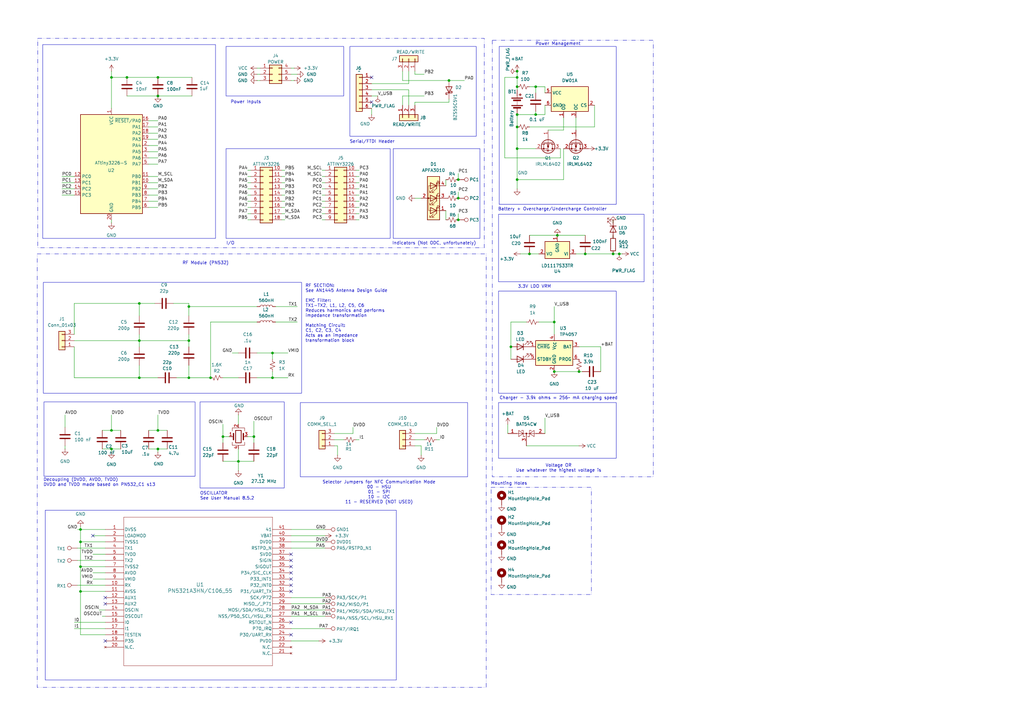
<source format=kicad_sch>
(kicad_sch (version 20231120) (generator "eeschema") (generator_version "8.0")
  (paper "A3")
  (title_block (title "SALP_NFC_Round") (date "2025-07-01") (rev "2.1") (company "Jack Cunningham"))
  (junction (at 212.09 52.07))
  (junction (at 91.44 179.07))
  (junction (at 77.47 125.73))
  (junction (at 33.02 232.41))
  (junction (at 111.76 154.94))
  (junction (at 57.15 139.7))
  (junction (at 227.33 152.4))
  (junction (at 33.02 217.17))
  (junction (at 64.77 176.53))
  (junction (at 45.72 184.15))
  (junction (at 237.49 152.4))
  (junction (at 57.15 154.94))
  (junction (at 219.71 35.56))
  (junction (at 187.96 81.28))
  (junction (at 57.15 124.46))
  (junction (at 64.77 31.75))
  (junction (at 187.96 73.66))
  (junction (at 227.33 132.08))
  (junction (at 64.77 184.15))
  (junction (at 104.14 179.07))
  (junction (at 212.09 73.66))
  (junction (at 251.46 104.14))
  (junction (at 45.72 176.53))
  (junction (at 64.77 39.37))
  (junction (at 97.79 189.23))
  (junction (at 111.76 144.78))
  (junction (at 77.47 139.7))
  (junction (at 219.71 46.99))
  (junction (at 212.09 35.56))
  (junction (at 209.55 142.24))
  (junction (at 187.96 90.17))
  (junction (at 77.47 154.94))
  (junction (at 212.09 46.99))
  (junction (at 228.6 96.52))
  (junction (at 33.02 222.25))
  (junction (at 33.02 242.57))
  (junction (at 217.17 104.14))
  (junction (at 240.03 104.14))
  (junction (at 212.09 60.96))
  (junction (at 86.36 154.94))
  (junction (at 184.15 33.02))
  (junction (at 52.07 31.75))
  (junction (at 254 104.14))
  (junction (at 212.09 31.75))
  (junction (at 212.09 29.21))
  (junction (at 45.72 31.75))
  (no_connect (at 119.38 229.87))
  (no_connect (at 43.18 247.65))
  (no_connect (at 43.18 262.89))
  (no_connect (at 119.38 237.49))
  (no_connect (at 152.4 31.75))
  (no_connect (at 119.38 240.03))
  (no_connect (at 119.38 260.35))
  (no_connect (at 119.38 232.41))
  (no_connect (at 38.1 219.71))
  (no_connect (at 43.18 245.11))
  (no_connect (at 119.38 234.95))
  (no_connect (at 119.38 227.33))
  (no_connect (at 152.4 41.91))
  (no_connect (at 119.38 255.27))
  (no_connect (at 119.38 242.57))
  (wire (pts (xy 132.08 72.39) (xy 133.35 72.39)))
  (wire (pts (xy 207.01 31.75) (xy 207.01 64.77)))
  (wire (pts (xy 33.02 260.35) (xy 43.18 260.35)))
  (wire (pts (xy 132.08 69.85) (xy 133.35 69.85)))
  (wire (pts (xy 187.96 71.12) (xy 187.96 73.66)))
  (wire (pts (xy 33.02 232.41) (xy 43.18 232.41)))
  (wire (pts (xy 45.72 176.53) (xy 49.53 176.53)))
  (wire (pts (xy 77.47 149.86) (xy 77.47 154.94)))
  (wire (pts (xy 101.6 85.09) (xy 102.87 85.09)))
  (wire (pts (xy 45.72 91.44) (xy 45.72 90.17)))
  (wire (pts (xy 104.14 179.07) (xy 104.14 181.61)))
  (wire (pts (xy 97.79 189.23) (xy 97.79 193.04)))
  (wire (pts (xy 101.6 87.63) (xy 102.87 87.63)))
  (wire (pts (xy 208.28 173.99) (xy 208.28 177.8)))
  (wire (pts (xy 220.98 132.08) (xy 227.33 132.08)))
  (wire (pts (xy 182.88 90.17) (xy 182.88 86.36)))
  (wire (pts (xy 152.4 46.99) (xy 152.4 44.45)))
  (wire (pts (xy 231.14 53.34) (xy 231.14 48.26)))
  (wire (pts (xy 132.08 87.63) (xy 133.35 87.63)))
  (wire (pts (xy 38.1 227.33) (xy 43.18 227.33)))
  (wire (pts (xy 243.84 43.18) (xy 243.84 52.07)))
  (wire (pts (xy 224.79 53.34) (xy 231.14 53.34)))
  (wire (pts (xy 147.32 80.01) (xy 146.05 80.01)))
  (wire (pts (xy 91.44 154.94) (xy 97.79 154.94)))
  (wire (pts (xy 30.48 142.24) (xy 30.48 154.94)))
  (wire (pts (xy 91.44 173.99) (xy 91.44 179.07)))
  (wire (pts (xy 212.09 73.66) (xy 212.09 77.47)))
  (wire (pts (xy 45.72 31.75) (xy 52.07 31.75)))
  (wire (pts (xy 212.09 60.96) (xy 219.71 60.96)))
  (wire (pts (xy 118.11 144.78) (xy 111.76 144.78)))
  (wire (pts (xy 132.08 74.93) (xy 133.35 74.93)))
  (wire (pts (xy 25.4 80.01) (xy 30.48 80.01)))
  (wire (pts (xy 219.71 35.56) (xy 223.52 35.56)))
  (wire (pts (xy 57.15 129.54) (xy 57.15 124.46)))
  (wire (pts (xy 105.41 154.94) (xy 111.76 154.94)))
  (wire (pts (xy 184.15 40.64) (xy 184.15 41.91)))
  (wire (pts (xy 77.47 125.73) (xy 77.47 129.54)))
  (wire (pts (xy 119.38 245.11) (xy 133.35 245.11)))
  (wire (pts (xy 165.1 43.18) (xy 165.1 39.37)))
  (wire (pts (xy 212.09 35.56) (xy 212.09 36.83)))
  (wire (pts (xy 60.96 82.55) (xy 64.77 82.55)))
  (wire (pts (xy 187.96 87.63) (xy 187.96 90.17)))
  (wire (pts (xy 147.32 74.93) (xy 146.05 74.93)))
  (wire (pts (xy 223.52 43.18) (xy 223.52 46.99)))
  (wire (pts (xy 63.5 124.46) (xy 57.15 124.46)))
  (wire (pts (xy 33.02 222.25) (xy 43.18 222.25)))
  (wire (pts (xy 228.6 96.52) (xy 217.17 96.52)))
  (wire (pts (xy 212.09 29.21) (xy 212.09 31.75)))
  (wire (pts (xy 52.07 31.75) (xy 64.77 31.75)))
  (wire (pts (xy 255.27 104.14) (xy 254 104.14)))
  (wire (pts (xy 41.91 176.53) (xy 45.72 176.53)))
  (wire (pts (xy 77.47 139.7) (xy 77.47 142.24)))
  (wire (pts (xy 26.67 170.18) (xy 26.67 175.26)))
  (wire (pts (xy 60.96 57.15) (xy 64.77 57.15)))
  (wire (pts (xy 60.96 54.61) (xy 64.77 54.61)))
  (wire (pts (xy 212.09 46.99) (xy 219.71 46.99)))
  (wire (pts (xy 138.43 182.88) (xy 137.16 182.88)))
  (wire (pts (xy 101.6 77.47) (xy 102.87 77.47)))
  (wire (pts (xy 246.38 142.24) (xy 246.38 152.4)))
  (wire (pts (xy 223.52 171.45) (xy 223.52 177.8)))
  (wire (pts (xy 212.09 31.75) (xy 212.09 35.56)))
  (wire (pts (xy 217.17 35.56) (xy 219.71 35.56)))
  (wire (pts (xy 212.09 46.99) (xy 212.09 52.07)))
  (wire (pts (xy 137.16 177.8) (xy 144.78 177.8)))
  (wire (pts (xy 229.87 64.77) (xy 229.87 60.96)))
  (wire (pts (xy 72.39 154.94) (xy 77.47 154.94)))
  (wire (pts (xy 97.79 189.23) (xy 104.14 189.23)))
  (wire (pts (xy 38.1 237.49) (xy 43.18 237.49)))
  (wire (pts (xy 137.16 180.34) (xy 140.97 180.34)))
  (wire (pts (xy 231.14 73.66) (xy 212.09 73.66)))
  (wire (pts (xy 71.12 124.46) (xy 77.47 124.46)))
  (wire (pts (xy 64.77 176.53) (xy 68.58 176.53)))
  (wire (pts (xy 119.38 247.65) (xy 133.35 247.65)))
  (wire (pts (xy 170.18 182.88) (xy 172.72 182.88)))
  (wire (pts (xy 30.48 124.46) (xy 57.15 124.46)))
  (wire (pts (xy 165.1 29.21) (xy 165.1 33.02)))
  (wire (pts (xy 64.77 184.15) (xy 68.58 184.15)))
  (wire (pts (xy 77.47 125.73) (xy 105.41 125.73)))
  (wire (pts (xy 38.1 234.95) (xy 43.18 234.95)))
  (wire (pts (xy 101.6 69.85) (xy 102.87 69.85)))
  (wire (pts (xy 113.03 125.73) (xy 121.92 125.73)))
  (wire (pts (xy 119.38 250.19) (xy 133.35 250.19)))
  (wire (pts (xy 219.71 46.99) (xy 223.52 46.99)))
  (wire (pts (xy 30.48 139.7) (xy 57.15 139.7)))
  (wire (pts (xy 119.38 219.71) (xy 133.35 219.71)))
  (wire (pts (xy 111.76 152.4) (xy 111.76 154.94)))
  (wire (pts (xy 240.03 96.52) (xy 228.6 96.52)))
  (wire (pts (xy 60.96 67.31) (xy 64.77 67.31)))
  (wire (pts (xy 170.18 41.91) (xy 184.15 41.91)))
  (wire (pts (xy 119.38 224.79) (xy 133.35 224.79)))
  (wire (pts (xy 167.64 36.83) (xy 167.64 43.18)))
  (wire (pts (xy 170.18 41.91) (xy 170.18 43.18)))
  (wire (pts (xy 57.15 139.7) (xy 77.47 139.7)))
  (wire (pts (xy 227.33 152.4) (xy 237.49 152.4)))
  (wire (pts (xy 231.14 60.96) (xy 231.14 73.66)))
  (wire (pts (xy 31.75 217.17) (xy 33.02 217.17)))
  (wire (pts (xy 209.55 132.08) (xy 215.9 132.08)))
  (wire (pts (xy 119.38 222.25) (xy 133.35 222.25)))
  (wire (pts (xy 43.18 257.81) (xy 30.48 257.81)))
  (wire (pts (xy 105.41 144.78) (xy 111.76 144.78)))
  (wire (pts (xy 132.08 85.09) (xy 133.35 85.09)))
  (wire (pts (xy 64.77 31.75) (xy 78.74 31.75)))
  (wire (pts (xy 111.76 154.94) (xy 118.11 154.94)))
  (wire (pts (xy 25.4 77.47) (xy 30.48 77.47)))
  (wire (pts (xy 111.76 144.78) (xy 111.76 147.32)))
  (wire (pts (xy 240.03 104.14) (xy 236.22 104.14)))
  (wire (pts (xy 33.02 217.17) (xy 33.02 215.9)))
  (wire (pts (xy 240.03 104.14) (xy 251.46 104.14)))
  (wire (pts (xy 120.65 33.02) (xy 119.38 33.02)))
  (wire (pts (xy 237.49 152.4) (xy 238.76 152.4)))
  (wire (pts (xy 132.08 77.47) (xy 133.35 77.47)))
  (wire (pts (xy 147.32 90.17) (xy 146.05 90.17)))
  (wire (pts (xy 33.02 222.25) (xy 33.02 232.41)))
  (wire (pts (xy 116.84 72.39) (xy 115.57 72.39)))
  (wire (pts (xy 170.18 30.48) (xy 173.99 30.48)))
  (wire (pts (xy 33.02 217.17) (xy 43.18 217.17)))
  (wire (pts (xy 57.15 142.24) (xy 57.15 139.7)))
  (wire (pts (xy 170.18 177.8) (xy 179.07 177.8)))
  (wire (pts (xy 229.87 64.77) (xy 207.01 64.77)))
  (wire (pts (xy 154.94 39.37) (xy 152.4 39.37)))
  (wire (pts (xy 101.6 80.01) (xy 102.87 80.01)))
  (wire (pts (xy 60.96 74.93) (xy 64.77 74.93)))
  (wire (pts (xy 212.09 52.07) (xy 212.09 60.96)))
  (wire (pts (xy 219.71 45.72) (xy 219.71 46.99)))
  (wire (pts (xy 101.6 179.07) (xy 104.14 179.07)))
  (wire (pts (xy 105.41 30.48) (xy 106.68 30.48)))
  (wire (pts (xy 251.46 91.44) (xy 251.46 90.17)))
  (wire (pts (xy 101.6 82.55) (xy 102.87 82.55)))
  (wire (pts (xy 91.44 189.23) (xy 97.79 189.23)))
  (wire (pts (xy 170.18 180.34) (xy 173.99 180.34)))
  (wire (pts (xy 152.4 34.29) (xy 167.64 34.29)))
  (wire (pts (xy 45.72 170.18) (xy 45.72 176.53)))
  (wire (pts (xy 30.48 137.16) (xy 30.48 124.46)))
  (wire (pts (xy 251.46 97.79) (xy 251.46 96.52)))
  (wire (pts (xy 223.52 35.56) (xy 223.52 38.1)))
  (wire (pts (xy 25.4 74.93) (xy 30.48 74.93)))
  (wire (pts (xy 187.96 78.74) (xy 187.96 81.28)))
  (wire (pts (xy 165.1 39.37) (xy 173.99 39.37)))
  (wire (pts (xy 219.71 35.56) (xy 219.71 38.1)))
  (wire (pts (xy 93.98 179.07) (xy 91.44 179.07)))
  (wire (pts (xy 138.43 182.88) (xy 138.43 186.69)))
  (wire (pts (xy 217.17 104.14) (xy 213.36 104.14)))
  (wire (pts (xy 101.6 74.93) (xy 102.87 74.93)))
  (wire (pts (xy 30.48 154.94) (xy 57.15 154.94)))
  (wire (pts (xy 64.77 39.37) (xy 78.74 39.37)))
  (wire (pts (xy 119.38 262.89) (xy 130.81 262.89)))
  (wire (pts (xy 64.77 184.15) (xy 64.77 185.42)))
  (wire (pts (xy 220.98 104.14) (xy 217.17 104.14)))
  (wire (pts (xy 60.96 64.77) (xy 64.77 64.77)))
  (wire (pts (xy 45.72 184.15) (xy 49.53 184.15)))
  (wire (pts (xy 120.65 27.94) (xy 119.38 27.94)))
  (wire (pts (xy 33.02 232.41) (xy 33.02 242.57)))
  (wire (pts (xy 26.67 184.15) (xy 26.67 182.88)))
  (wire (pts (xy 77.47 124.46) (xy 77.47 125.73)))
  (wire (pts (xy 57.15 154.94) (xy 64.77 154.94)))
  (wire (pts (xy 119.38 257.81) (xy 133.35 257.81)))
  (wire (pts (xy 236.22 53.34) (xy 236.22 48.26)))
  (wire (pts (xy 60.96 184.15) (xy 64.77 184.15)))
  (wire (pts (xy 227.33 125.73) (xy 227.33 132.08)))
  (wire (pts (xy 237.49 142.24) (xy 246.38 142.24)))
  (wire (pts (xy 40.64 250.19) (xy 43.18 250.19)))
  (wire (pts (xy 132.08 82.55) (xy 133.35 82.55)))
  (wire (pts (xy 60.96 49.53) (xy 64.77 49.53)))
  (wire (pts (xy 147.32 85.09) (xy 146.05 85.09)))
  (wire (pts (xy 227.33 137.16) (xy 227.33 132.08)))
  (wire (pts (xy 33.02 217.17) (xy 33.02 222.25)))
  (wire (pts (xy 116.84 82.55) (xy 115.57 82.55)))
  (wire (pts (xy 144.78 175.26) (xy 144.78 177.8)))
  (wire (pts (xy 147.32 69.85) (xy 146.05 69.85)))
  (wire (pts (xy 33.02 242.57) (xy 33.02 260.35)))
  (wire (pts (xy 41.91 252.73) (xy 43.18 252.73)))
  (wire (pts (xy 182.88 73.66) (xy 182.88 76.2)))
  (wire (pts (xy 38.1 219.71) (xy 43.18 219.71)))
  (wire (pts (xy 31.75 224.79) (xy 43.18 224.79)))
  (wire (pts (xy 101.6 72.39) (xy 102.87 72.39)))
  (wire (pts (xy 60.96 52.07) (xy 64.77 52.07)))
  (wire (pts (xy 121.92 30.48) (xy 119.38 30.48)))
  (wire (pts (xy 60.96 80.01) (xy 64.77 80.01)))
  (wire (pts (xy 45.72 184.15) (xy 45.72 185.42)))
  (wire (pts (xy 91.44 179.07) (xy 91.44 181.61)))
  (wire (pts (xy 132.08 90.17) (xy 133.35 90.17)))
  (wire (pts (xy 119.38 217.17) (xy 133.35 217.17)))
  (wire (pts (xy 215.9 182.88) (xy 237.49 182.88)))
  (wire (pts (xy 147.32 180.34) (xy 146.05 180.34)))
  (wire (pts (xy 97.79 170.18) (xy 97.79 173.99)))
  (wire (pts (xy 64.77 170.18) (xy 64.77 176.53)))
  (wire (pts (xy 147.32 72.39) (xy 146.05 72.39)))
  (wire (pts (xy 119.38 252.73) (xy 133.35 252.73)))
  (wire (pts (xy 101.6 90.17) (xy 102.87 90.17)))
  (wire (pts (xy 106.68 27.94) (xy 105.41 27.94)))
  (wire (pts (xy 167.64 34.29) (xy 167.64 29.21)))
  (wire (pts (xy 172.72 182.88) (xy 172.72 186.69)))
  (wire (pts (xy 30.48 255.27) (xy 43.18 255.27)))
  (wire (pts (xy 31.75 229.87) (xy 43.18 229.87)))
  (wire (pts (xy 77.47 154.94) (xy 86.36 154.94)))
  (wire (pts (xy 57.15 137.16) (xy 57.15 139.7)))
  (wire (pts (xy 184.15 33.02) (xy 190.5 33.02)))
  (wire (pts (xy 116.84 80.01) (xy 115.57 80.01)))
  (wire (pts (xy 45.72 31.75) (xy 45.72 44.45)))
  (wire (pts (xy 209.55 132.08) (xy 209.55 142.24)))
  (wire (pts (xy 179.07 175.26) (xy 179.07 177.8)))
  (wire (pts (xy 86.36 154.94) (xy 86.36 132.08)))
  (wire (pts (xy 86.36 132.08) (xy 105.41 132.08)))
  (wire (pts (xy 60.96 85.09) (xy 64.77 85.09)))
  (wire (pts (xy 60.96 59.69) (xy 64.77 59.69)))
  (wire (pts (xy 33.02 242.57) (xy 43.18 242.57)))
  (wire (pts (xy 147.32 82.55) (xy 146.05 82.55)))
  (wire (pts (xy 207.01 31.75) (xy 212.09 31.75)))
  (wire (pts (xy 116.84 77.47) (xy 115.57 77.47)))
  (wire (pts (xy 147.32 87.63) (xy 146.05 87.63)))
  (wire (pts (xy 45.72 29.21) (xy 45.72 31.75)))
  (wire (pts (xy 57.15 149.86) (xy 57.15 154.94)))
  (wire (pts (xy 52.07 39.37) (xy 64.77 39.37)))
  (wire (pts (xy 180.34 180.34) (xy 179.07 180.34)))
  (wire (pts (xy 95.25 144.78) (xy 97.79 144.78)))
  (wire (pts (xy 116.84 90.17) (xy 115.57 90.17)))
  (wire (pts (xy 172.72 81.28) (xy 170.18 81.28)))
  (wire (pts (xy 41.91 184.15) (xy 45.72 184.15)))
  (wire (pts (xy 165.1 33.02) (xy 184.15 33.02)))
  (wire (pts (xy 60.96 62.23) (xy 64.77 62.23)))
  (wire (pts (xy 116.84 69.85) (xy 115.57 69.85)))
  (wire (pts (xy 25.4 72.39) (xy 30.48 72.39)))
  (wire (pts (xy 209.55 142.24) (xy 209.55 147.32)))
  (wire (pts (xy 60.96 77.47) (xy 64.77 77.47)))
  (wire (pts (xy 105.41 33.02) (xy 106.68 33.02)))
  (wire (pts (xy 170.18 30.48) (xy 170.18 29.21)))
  (wire (pts (xy 60.96 176.53) (xy 64.77 176.53)))
  (wire (pts (xy 116.84 85.09) (xy 115.57 85.09)))
  (wire (pts (xy 116.84 87.63) (xy 115.57 87.63)))
  (wire (pts (xy 60.96 72.39) (xy 64.77 72.39)))
  (wire (pts (xy 152.4 36.83) (xy 167.64 36.83)))
  (wire (pts (xy 251.46 104.14) (xy 254 104.14)))
  (wire (pts (xy 217.17 52.07) (xy 243.84 52.07)))
  (wire (pts (xy 132.08 80.01) (xy 133.35 80.01)))
  (wire (pts (xy 104.14 172.72) (xy 104.14 179.07)))
  (wire (pts (xy 212.09 60.96) (xy 212.09 73.66)))
  (wire (pts (xy 113.03 132.08) (xy 121.92 132.08)))
  (wire (pts (xy 97.79 184.15) (xy 97.79 189.23)))
  (wire (pts (xy 31.75 240.03) (xy 43.18 240.03)))
  (wire (pts (xy 147.32 77.47) (xy 146.05 77.47)))
  (wire (pts (xy 116.84 74.93) (xy 115.57 74.93)))
  (wire (pts (xy 77.47 137.16) (xy 77.47 139.7)))
  (rectangle (start 18.542 209.296) (end 162.56 278.892))
  (rectangle (start 15.24 104.14) (end 199.39 281.94) (stroke (width 0) (type dash_dot_dot)))
  (rectangle (start 204.47 165.1) (end 252.73 187.96))
  (rectangle (start 92.71 19.05) (end 140.97 39.37))
  (rectangle (start 92.71 60.96) (end 160.02 97.79))
  (rectangle (start 201.422 199.898) (end 242.57 243.84) (stroke (width 0) (type dash_dot_dot)))
  (rectangle (start 17.526 18.288) (end 88.392 97.79))
  (rectangle (start 204.47 87.884) (end 264.16 115.57))
  (rectangle (start 18.034 164.846) (end 80.01 195.326))
  (rectangle (start 204.47 119.38) (end 252.73 161.29))
  (rectangle (start 143.51 19.05) (end 195.326 55.88))
  (rectangle (start 161.29 60.96) (end 196.85 97.79))
  (rectangle (start 123.19 165.1) (end 191.77 195.58))
  (rectangle (start 15.494 15.748) (end 198.628 101.6) (stroke (width 0) (type dash_dot_dot)))
  (rectangle (start 17.78 115.824) (end 123.698 161.29))
  (rectangle (start 201.93 16.51) (end 267.97 195.58) (stroke (width 0) (type dash_dot_dot)))
  (rectangle (start 82.042 164.846) (end 116.586 200.152))
  (rectangle (start 204.724 19.05) (end 252.73 83.82))
  (text "Indicators (Not ODC, unfortunately)" (at 178.054 99.822 0) (effects (font (size 1.27 1.27))))
  (text "Serial/FTDI Header" (at 152.654 58.166 0) (effects (font (size 1.27 1.27))))
  (text "RF SECTION: \nSee AN1445 Antenna Design Guide\n\nEMC Filter: \nTX1-TX2, L1, L2, C5, C6\nReduces harmonics and performs \nimpedance transformation\n\nMatching Circuit:\nC1, C2, C3, C4\nActs as an impedance \ntransformation block" (at 125.222 128.524 0) (effects (font (size 1.27 1.27)) (justify left)))
  (text "OSCILLATOR\nSee User Manual 8.5.2\n" (at 82.042 203.454 0) (effects (font (size 1.27 1.27)) (justify left)))
  (text "Power Management" (at 228.854 18.034 0) (effects (font (size 1.27 1.27))))
  (text "RF Module (PN532)" (at 84.328 107.95 0) (effects (font (size 1.27 1.27))))
  (text "Charger - 3.9k ohms = 256~ mA charging speed\n\n" (at 229.108 164.338 0) (effects (font (size 1.27 1.27))))
  (text "Mounting Holes" (at 208.788 198.374 0) (effects (font (size 1.27 1.27))))
  (text "Voltage OR\nUse whatever the highest voltage is\n" (at 229.108 192.024 0) (effects (font (size 1.27 1.27))))
  (text "I/O\n" (at 94.488 99.822 0) (effects (font (size 1.27 1.27))))
  (text "Decoupling (DVDD, AVDD, TVDD)\nDVDD and TVDD made based on PN532_C1 s13" (at 17.78 197.866 0) (effects (font (size 1.27 1.27)) (justify left)))
  (text "3.3V LDO VRM" (at 219.202 117.602 0) (effects (font (size 1.27 1.27))))
  (text "Battery + Overcharge/Undercharge Controller" (at 226.568 85.852 0) (effects (font (size 1.27 1.27))))
  (text "Power Inputs" (at 100.838 41.91 0) (effects (font (size 1.27 1.27))))
  (text "Selector Jumpers for NFC Communication Mode\n00 - HSU\n01 - SPI\n10 - I2C\n11 - RESERVED (NOT USED)" (at 155.448 201.93 0) (effects (font (size 1.27 1.27))))
  (label "PA6" (at 64.77 64.77 0))
  (label "I1" (at 147.32 180.34 0))
  (label "PA5" (at 129.54 224.79 0))
  (label "RX" (at 118.11 154.94 0))
  (label "V_USB" (at 223.52 171.45 0))
  (label "I1" (at 30.48 257.81 0))
  (label "PB2" (at 116.84 85.09 0))
  (label "PC2" (at 187.96 78.74 0))
  (label "PB4" (at 64.77 82.55 0))
  (label "PA0" (at 147.32 72.39 0))
  (label "PA5" (at 101.6 74.93 180))
  (label "PC1" (at 187.96 71.12 0))
  (label "PA4" (at 132.08 252.73 0))
  (label "DVDD" (at 179.07 175.26 0))
  (label "PC3" (at 187.96 87.63 0))
  (label "OSCOUT" (at 41.91 252.73 180))
  (label "V_USB" (at 227.33 125.73 0))
  (label "OSCIN" (at 91.44 173.99 180))
  (label "PA2" (at 132.08 247.65 0))
  (label "PC0" (at 25.4 72.39 0))
  (label "V_USB" (at 154.94 39.37 0))
  (label "M_SDA" (at 116.84 90.17 0))
  (label "PC0" (at 132.08 74.93 180))
  (label "PA4" (at 101.6 72.39 180))
  (label "PC2" (at 132.08 87.63 180))
  (label "PA3" (at 64.77 57.15 0))
  (label "PA2" (at 64.77 54.61 0))
  (label "PB5" (at 101.6 90.17 180))
  (label "PB5" (at 64.77 85.09 0))
  (label "PC1" (at 25.4 74.93 0))
  (label "TX1" (at 121.92 125.73 180))
  (label "M_SCL" (at 64.77 72.39 0))
  (label "DVDD" (at 45.72 170.18 0))
  (label "AVDD" (at 38.1 234.95 180))
  (label "PA7" (at 130.81 257.81 0))
  (label "PA1" (at 119.38 252.73 0))
  (label "PA5" (at 64.77 62.23 0))
  (label "GND" (at 95.25 144.78 180))
  (label "PC1" (at 132.08 82.55 180))
  (label "RX" (at 38.1 240.03 180))
  (label "M_SDA" (at 64.77 74.93 0))
  (label "VMID" (at 118.11 144.78 0))
  (label "PA1" (at 132.08 250.19 0))
  (label "PB3" (at 173.99 39.37 0))
  (label "I0" (at 30.48 255.27 0))
  (label "PA3" (at 132.08 245.11 0))
  (label "PA5" (at 101.6 77.47 180))
  (label "PA3" (at 147.32 87.63 0))
  (label "OSCIN" (at 40.64 250.19 180))
  (label "PB2" (at 64.77 77.47 0))
  (label "PC0" (at 132.08 77.47 180))
  (label "PA0" (at 147.32 74.93 0))
  (label "PB4" (at 116.84 72.39 0))
  (label "PB2" (at 116.84 82.55 0))
  (label "GND" (at 129.54 217.17 0))
  (label "PA6" (at 101.6 80.01 180))
  (label "TX2" (at 121.92 132.08 180))
  (label "PC2" (at 25.4 77.47 0))
  (label "M_SDA" (at 124.46 250.19 0))
  (label "PA3" (at 147.32 90.17 0))
  (label "PB5" (at 116.84 69.85 0))
  (label "PB2" (at 173.99 30.48 0))
  (label "DVDD" (at 144.78 175.26 0))
  (label "TX1" (at 38.1 224.79 180))
  (label "PA1" (at 64.77 52.07 0))
  (label "M_SCL" (at 132.08 72.39 180))
  (label "PB3" (at 116.84 80.01 0))
  (label "I0" (at 180.34 180.34 0))
  (label "M_SDA" (at 116.84 87.63 0))
  (label "M_SCL" (at 132.08 69.85 180))
  (label "DVDD" (at 129.54 222.25 0))
  (label "TVDD" (at 64.77 170.18 0))
  (label "PA2" (at 147.32 82.55 0))
  (label "PA2" (at 147.32 85.09 0))
  (label "M_SCL" (at 124.46 252.73 0))
  (label "PA1" (at 147.32 77.47 0))
  (label "PA0" (at 190.5 33.02 0))
  (label "PA2" (at 119.38 250.19 0))
  (label "PB3" (at 64.77 80.01 0))
  (label "AVDD" (at 26.67 170.18 0))
  (label "GND" (at 31.75 217.17 180))
  (label "PA7" (at 101.6 87.63 180))
  (label "PC3" (at 147.32 69.85 0))
  (label "VMID" (at 38.1 237.49 180))
  (label "PC1" (at 132.08 80.01 180))
  (label "PA0" (at 64.77 49.53 0))
  (label "OSCOUT" (at 104.14 172.72 0))
  (label "+BAT" (at 246.38 142.24 0))
  (label "PB3" (at 116.84 77.47 0))
  (label "PA4" (at 64.77 59.69 0))
  (label "PC3" (at 132.08 90.17 180))
  (label "PA1" (at 147.32 80.01 0))
  (label "PC3" (at 25.4 80.01 0))
  (label "PC2" (at 132.08 85.09 180))
  (label "PA6" (at 101.6 82.55 180))
  (label "PA7" (at 64.77 67.31 0))
  (label "TVDD" (at 38.1 227.33 180))
  (label "PA4" (at 101.6 69.85 180))
  (label "PA7" (at 101.6 85.09 180))
  (label "TX2" (at 38.1 229.87 180))
  (label "PB4" (at 116.84 74.93 0))
  (symbol (lib_id "power:GND") (at 97.79 170.18 180) (unit 1)
    (property "Reference" "#PWR09" (effects (hide yes)))
    (property "Value" "GND" (at 98.044 166.37 0))
    (property "Description" "Power symbol creates a global label with name \"GND\" , ground" (effects (hide yes)))
  )
  (symbol (lib_id "Connector:TestPoint") (at 133.35 222.25 270) (unit 1)
    (property "Reference" "DVDD1" (at 137.922 222.25 90) (effects (justify left)))
    (property "Value" "TestPoint" (effects (hide yes)))
    (property "Footprint" "TestPoint:TestPoint_Pad_D1.0mm" (effects (hide yes)))
    (property "Description" "test point" (effects (hide yes)))
  )
  (symbol (lib_id "Device:R_Small_US") (at 111.76 149.86 0) (unit 1)
    (property "Reference" "R3" (at 114.3 148.5899 0) (effects (justify left)))
    (property "Value" "1K" (at 114.3 151.1299 0) (effects (justify left)))
    (property "Footprint" "Resistor_SMD:R_0805_2012Metric_Pad1.20x1.40mm_HandSolder" (effects (hide yes)))
    (property "Description" "Resistor, small US symbol" (effects (hide yes)))
  )
  (symbol (lib_id "Orb_library:PN5321A3HN_C106_55") (at 43.18 217.17 0) (unit 1)
    (property "Reference" "U1" (at 82.042 239.776 0) (effects (font (size 1.524 1.524))))
    (property "Value" "PN5321A3HN/C106_55" (at 82.042 242.316 0) (effects (font (size 1.524 1.524))))
    (property "Footprint" "PN532:QFN40G-0.5-6X6MM" (effects (hide yes)))
    (property "Datasheet" "PN5321A3HN/C106_55" (effects (hide yes)))
  )
  (symbol (lib_id "Connector:TestPoint") (at 187.96 90.17 270) (unit 1)
    (property "Reference" "PC3" (at 192.532 90.17 90) (effects (justify left)))
    (property "Value" "TestPoint" (effects (hide yes)))
    (property "Footprint" "TestPoint:TestPoint_Pad_D1.0mm" (effects (hide yes)))
    (property "Description" "test point" (effects (hide yes)))
  )
  (symbol (lib_id "power:GND") (at 205.74 207.01 0) (unit 1)
    (property "Reference" "#PWR022" (effects (hide yes)))
    (property "Value" "GND" (at 209.804 208.788 0))
    (property "Description" "Power symbol creates a global label with name \"GND\" , ground" (effects (hide yes)))
  )
  (symbol (lib_id "Device:C") (at 101.6 144.78 270) (unit 1)
    (property "Reference" "C16" (at 101.6 137.16 90))
    (property "Value" ".1u" (at 101.6 139.7 90))
    (property "Footprint" "Capacitor_SMD:C_0805_2012Metric_Pad1.18x1.45mm_HandSolder" (effects (hide yes)))
    (property "Description" "Unpolarized capacitor" (effects (hide yes)))
  )
  (symbol (lib_id "Device:C") (at 60.96 180.34 0) (unit 1)
    (property "Reference" "C7" (at 58.166 183.642 0) (effects (justify left)))
    (property "Value" ".1u" (at 58.166 186.182 0) (effects (justify left)))
    (property "Footprint" "Capacitor_SMD:C_0805_2012Metric_Pad1.18x1.45mm_HandSolder" (effects (hide yes)))
    (property "Description" "Unpolarized capacitor" (effects (hide yes)))
  )
  (symbol (lib_id "Device:C") (at 104.14 185.42 0) (unit 1)
    (property "Reference" "C18" (at 109.22 184.1499 0) (effects (justify left)))
    (property "Value" "22pF" (at 109.22 186.6899 0) (effects (justify left)))
    (property "Footprint" "Capacitor_SMD:C_0805_2012Metric_Pad1.18x1.45mm_HandSolder" (effects (hide yes)))
    (property "Description" "Unpolarized capacitor" (effects (hide yes)))
  )
  (symbol (lib_id "power:GND") (at 205.74 238.76 0) (unit 1)
    (property "Reference" "#PWR025" (effects (hide yes)))
    (property "Value" "GND" (at 209.804 240.792 0))
    (property "Description" "Power symbol creates a global label with name \"GND\" , ground" (effects (hide yes)))
  )
  (symbol (lib_id "power:GND") (at 205.74 227.33 0) (unit 1)
    (property "Reference" "#PWR024" (effects (hide yes)))
    (property "Value" "GND" (at 209.804 229.108 0))
    (property "Description" "Power symbol creates a global label with name \"GND\" , ground" (effects (hide yes)))
  )
  (symbol (lib_id "power:GND") (at 228.6 96.52 180) (unit 1)
    (property "Reference" "#PWR030" (effects (hide yes)))
    (property "Value" "GND" (at 228.6 91.44 0))
  )
  (symbol (lib_id "power:GND") (at 45.72 185.42 0) (unit 1)
    (property "Reference" "#PWR06" (effects (hide yes)))
    (property "Value" "GND" (at 45.72 190.5 0))
    (property "Description" "Power symbol creates a global label with name \"GND\" , ground" (effects (hide yes)))
  )
  (symbol (lib_id "Device:LED") (at 213.36 147.32 180) (unit 1)
    (property "Reference" "D4" (at 213.614 149.86 0))
    (property "Value" "LED" (at 213.614 152.4 0))
    (property "Footprint" "LED_SMD:LED_0805_2012Metric" (effects (hide yes)))
    (property "Datasheet" "https://www.we-online.com/components/products/datasheet/150080VS75000.pdf" (effects (hide yes)))
    (property "Description" "Light emitting diode" (effects (hide yes)))
  )
  (symbol (lib_id "Device:C") (at 68.58 154.94 90) (mirror x) (unit 1)
    (property "Reference" "C10" (at 68.58 151.13 90))
    (property "Value" "22p" (at 68.58 148.59 90))
    (property "Footprint" "Capacitor_SMD:C_0805_2012Metric_Pad1.18x1.45mm_HandSolder" (effects (hide yes)))
    (property "Description" "Unpolarized capacitor" (effects (hide yes)))
  )
  (symbol (lib_id "Device:L") (at 109.22 125.73 90) (unit 1)
    (property "Reference" "L1" (at 109.22 120.65 90))
    (property "Value" "560nH" (at 109.22 123.19 90))
    (property "Footprint" "Inductor_SMD:L_0805_2012Metric_Pad1.15x1.40mm_HandSolder" (effects (hide yes)))
    (property "Description" "Inductor" (effects (hide yes)))
  )
  (symbol (lib_id "Connector_Generic:Conn_02x09_Top_Bottom") (at 138.43 80.01 0) (unit 1)
    (property "Reference" "J5" (at 139.7 64.77 0))
    (property "Value" "ATTINY3226" (at 139.7 67.31 0))
    (property "Footprint" "Connector_PinSocket_2.54mm:PinSocket_2x09_P2.54mm_Vertical" (effects (hide yes)))
  )
  (symbol (lib_id "Connector_Generic:Conn_01x03") (at 132.08 180.34 180) (unit 1)
    (property "Reference" "J9" (at 132.08 171.45 0))
    (property "Value" "COMM_SEL_1" (at 132.08 173.99 0))
    (property "Footprint" "Connector_PinHeader_2.54mm:PinHeader_1x03_P2.54mm_Horizontal" (effects (hide yes)))
    (property "Description" "Generic connector, single row, 01x03, script generated (kicad-library-utils/schlib/autogen/connector/)" (effects (hide yes)))
  )
  (symbol (lib_id "power:GND") (at 227.33 152.4 0) (unit 1)
    (property "Reference" "#PWR029" (effects (hide yes)))
    (property "Value" "GND" (at 227.33 157.48 0))
    (property "Description" "Power symbol creates a global label with name \"GND\" , ground" (effects (hide yes)))
  )
  (symbol (lib_id "Device:R_Small_US") (at 88.9 154.94 90) (mirror x) (unit 1)
    (property "Reference" "R2" (at 88.9 152.146 90))
    (property "Value" "1.6K" (at 88.9 149.606 90))
    (property "Footprint" "Resistor_SMD:R_0805_2012Metric_Pad1.20x1.40mm_HandSolder" (effects (hide yes)))
    (property "Description" "Resistor, small US symbol" (effects (hide yes)))
  )
  (symbol (lib_id "power:+3.3V") (at 120.65 27.94 270) (unit 1)
    (property "Reference" "#PWR016" (effects (hide yes)))
    (property "Value" "+3.3V" (at 124.46 27.94 90) (effects (justify left)))
  )
  (symbol (lib_id "LED:APFA3010") (at 177.8 81.28 180) (unit 1)
    (property "Reference" "D1" (at 177.8 67.31 0))
    (property "Value" "APFA3010" (at 177.8 69.85 0))
    (property "Footprint" "LED_SMD:LED_Kingbright_APFA3010_3x1.5mm_Horizontal" (effects (hide yes)))
    (property "Datasheet" "http://www.kingbrightusa.com/images/catalog/SPEC/APFA3010LSEEZGKQBKC.pdf" (effects (hide yes)))
    (property "Description" "LED RGB, Common Anode, SMD, 3.0x1.5mm, Horizontal" (effects (hide yes)))
  )
  (symbol (lib_id "power:GND") (at 64.77 39.37 0) (unit 1)
    (property "Reference" "#PWR07" (effects (hide yes)))
    (property "Value" "GND" (at 64.77 43.434 0))
    (property "Description" "Power symbol creates a global label with name \"GND\" , ground" (effects (hide yes)))
  )
  (symbol (lib_id "Regulator_Linear:LD1117S33TR_SOT223") (at 228.6 104.14 180) (unit 1)
    (property "Reference" "U4" (at 228.6 111.252 0))
    (property "Value" "LD1117S33TR" (at 228.6 108.966 0))
    (property "Footprint" "Package_TO_SOT_SMD:SOT-223-3_TabPin2" (effects (hide yes)))
    (property "Datasheet" "http://www.st.com/st-web-ui/static/active/en/resource/technical/document/datasheet/CD00000544.pdf" (effects (hide yes)))
  )
  (symbol (lib_id "power:PWR_FLAG") (at 254 104.14 180) (unit 1)
    (property "Reference" "#FLG03" (effects (hide yes)))
    (property "Value" "PWR_FLAG" (at 255.778 110.998 0))
    (property "Description" "Special symbol for telling ERC where power comes from" (effects (hide yes)))
  )
  (symbol (lib_id "Device:C") (at 101.6 154.94 90) (mirror x) (unit 1)
    (property "Reference" "C17" (at 101.6 151.13 90))
    (property "Value" "1n" (at 101.6 148.59 90))
    (property "Footprint" "Capacitor_SMD:C_0805_2012Metric_Pad1.18x1.45mm_HandSolder" (effects (hide yes)))
    (property "Description" "Unpolarized capacitor" (effects (hide yes)))
  )
  (symbol (lib_id "Device:C") (at 77.47 133.35 0) (mirror y) (unit 1)
    (property "Reference" "C12" (at 71.12 132.08 0))
    (property "Value" "220p" (at 71.12 134.62 0))
    (property "Footprint" "Capacitor_SMD:C_0805_2012Metric_Pad1.18x1.45mm_HandSolder" (effects (hide yes)))
    (property "Description" "Unpolarized capacitor" (effects (hide yes)))
  )
  (symbol (lib_id "Device:C") (at 67.31 124.46 90) (unit 1)
    (property "Reference" "C9" (at 67.31 116.84 90))
    (property "Value" "22p" (at 67.31 119.38 90))
    (property "Footprint" "Capacitor_SMD:C_0805_2012Metric_Pad1.18x1.45mm_HandSolder" (effects (hide yes)))
    (property "Description" "Unpolarized capacitor" (effects (hide yes)))
  )
  (symbol (lib_id "Transistor_FET:IRLML6402") (at 224.79 58.42 270) (unit 1)
    (property "Reference" "Q1" (at 224.79 64.77 90))
    (property "Value" "IRLML6402" (at 224.79 67.31 90))
    (property "Footprint" "Package_TO_SOT_SMD:SOT-23" (effects (hide yes)))
    (property "Datasheet" "https://www.infineon.com/dgdl/irlml6402pbf.pdf?fileId=5546d462533600a401535668d5c2263c" (effects (hide yes)))
    (property "Description" "-3.7A Id, -20V Vds, 65mOhm Rds, P-Channel HEXFET Power MOSFET, SOT-23" (effects (hide yes)))
  )
  (symbol (lib_id "power:PWR_FLAG") (at 154.94 39.37 180) (unit 1)
    (property "Reference" "#FLG01" (effects (hide yes)))
    (property "Value" "PWR_FLAG" (at 157.226 43.434 0))
    (property "Description" "Special symbol for telling ERC where power comes from" (effects (hide yes)))
  )
  (symbol (lib_id "power:+3.3V") (at 45.72 29.21 0) (unit 1)
    (property "Reference" "#PWR04" (effects (hide yes)))
    (property "Value" "+3.3V" (at 45.72 24.13 0))
    (property "Description" "Power symbol creates a global label with name \"+3.3V\"" (effects (hide yes)))
  )
  (symbol (lib_id "Connector:TestPoint") (at 133.35 224.79 270) (unit 1)
    (property "Reference" "PA5/RSTPD_N1" (at 137.922 224.79 90) (effects (justify left)))
    (property "Value" "TestPoint" (effects (hide yes)))
    (property "Footprint" "TestPoint:TestPoint_Pad_D1.0mm" (effects (hide yes)))
    (property "Description" "test point" (effects (hide yes)))
  )
  (symbol (lib_id "Device:C") (at 217.17 100.33 180) (unit 1)
    (property "Reference" "C20" (at 213.614 99.822 0) (effects (justify left)))
    (property "Value" "10uF" (at 213.868 97.028 0) (effects (justify left)))
    (property "Footprint" "Capacitor_SMD:C_0805_2012Metric_Pad1.18x1.45mm_HandSolder" (effects (hide yes)))
    (property "Description" "Unpolarized capacitor" (effects (hide yes)))
  )
  (symbol (lib_id "power:GND") (at 26.67 184.15 0) (unit 1)
    (property "Reference" "#PWR01" (effects (hide yes)))
    (property "Value" "GND" (at 26.67 189.23 0))
    (property "Description" "Power symbol creates a global label with name \"GND\" , ground" (effects (hide yes)))
  )
  (symbol (lib_id "Device:C") (at 57.15 146.05 0) (mirror y) (unit 1)
    (property "Reference" "C6" (at 50.8 144.78 0))
    (property "Value" "200p" (at 50.8 147.32 0))
    (property "Footprint" "Capacitor_SMD:C_0805_2012Metric_Pad1.18x1.45mm_HandSolder" (effects (hide yes)))
    (property "Description" "Unpolarized capacitor" (effects (hide yes)))
  )
  (symbol (lib_id "power:GND") (at 64.77 185.42 0) (unit 1)
    (property "Reference" "#PWR08" (effects (hide yes)))
    (property "Value" "GND" (at 65.024 190.246 0))
    (property "Description" "Power symbol creates a global label with name \"GND\" , ground" (effects (hide yes)))
  )
  (symbol (lib_id "Device:R_Small_US") (at 214.63 35.56 90) (unit 1)
    (property "Reference" "R7" (at 215.392 29.972 90))
    (property "Value" "100" (at 215.392 32.512 90))
    (property "Footprint" "Resistor_SMD:R_0805_2012Metric_Pad1.20x1.40mm_HandSolder" (effects (hide yes)))
    (property "Description" "Resistor, small US symbol" (effects (hide yes)))
  )
  (symbol (lib_id "power:GND") (at 212.09 77.47 0) (unit 1)
    (property "Reference" "#PWR028" (effects (hide yes)))
    (property "Value" "GND" (at 214.376 70.866 0))
    (property "Description" "Power symbol creates a global label with name \"GND\" , ground" (effects (hide yes)))
  )
  (symbol (lib_id "Connector_Generic:Conn_01x03") (at 167.64 24.13 270) (mirror x) (unit 1)
    (property "Reference" "J7" (at 161.798 24.13 90))
    (property "Value" "READ/WRITE" (at 168.402 21.336 90))
    (property "Footprint" "Connector_PinHeader_2.54mm:PinHeader_1x03_P2.54mm_Vertical" (effects (hide yes)))
  )
  (symbol (lib_id "power:GND") (at 121.92 30.48 90) (unit 1)
    (property "Reference" "#PWR018" (effects (hide yes)))
    (property "Value" "GND" (at 125.73 30.48 90) (effects (justify right)))
  )
  (symbol (lib_id "Device:R_Small_US") (at 218.44 132.08 90) (unit 1)
    (property "Reference" "R9" (at 218.44 125.73 90))
    (property "Value" "1k" (at 218.44 128.27 90))
    (property "Footprint" "Resistor_SMD:R_0805_2012Metric_Pad1.20x1.40mm_HandSolder" (effects (hide yes)))
    (property "Description" "Resistor, small US symbol" (effects (hide yes)))
  )
  (symbol (lib_id "Device:C") (at 91.44 185.42 0) (unit 1)
    (property "Reference" "C15" (at 83.058 184.15 0) (effects (justify left)))
    (property "Value" "22pF" (at 83.058 186.69 0) (effects (justify left)))
    (property "Footprint" "Capacitor_SMD:C_0805_2012Metric_Pad1.18x1.45mm_HandSolder" (effects (hide yes)))
    (property "Description" "Unpolarized capacitor" (effects (hide yes)))
  )
  (symbol (lib_id "Connector:TestPoint") (at 133.35 245.11 270) (unit 1)
    (property "Reference" "PA3/SCK/P1" (at 137.922 245.11 90) (effects (justify left)))
    (property "Value" "TestPoint" (effects (hide yes)))
    (property "Footprint" "TestPoint:TestPoint_Pad_D1.0mm" (effects (hide yes)))
    (property "Description" "test point" (effects (hide yes)))
  )
  (symbol (lib_id "Device:C") (at 64.77 35.56 0) (unit 1)
    (property "Reference" "C8" (at 68.326 34.036 0) (effects (justify left)))
    (property "Value" "100nF" (at 68.326 36.576 0) (effects (justify left)))
    (property "Footprint" "Capacitor_SMD:C_0805_2012Metric_Pad1.18x1.45mm_HandSolder" (effects (hide yes)))
    (property "Description" "Unpolarized capacitor" (effects (hide yes)))
  )
  (symbol (lib_id "Connector_Generic:Conn_01x03") (at 25.4 139.7 180) (unit 1)
    (property "Reference" "J1" (at 25.4 130.81 0))
    (property "Value" "Conn_01x03" (at 25.4 133.35 0))
    (property "Footprint" "Connector_PinHeader_2.54mm:PinHeader_1x03_P2.54mm_Horizontal" (effects (hide yes)))
    (property "Description" "Generic connector, single row, 01x03, script generated (kicad-library-utils/schlib/autogen/connector/)" (effects (hide yes)))
  )
  (symbol (lib_id "Device:C") (at 78.74 35.56 0) (unit 1)
    (property "Reference" "C14" (at 82.042 34.036 0) (effects (justify left)))
    (property "Value" "1uF" (at 81.788 36.322 0) (effects (justify left)))
    (property "Footprint" "Capacitor_SMD:C_0805_2012Metric_Pad1.18x1.45mm_HandSolder" (effects (hide yes)))
    (property "Description" "Unpolarized capacitor" (effects (hide yes)))
  )
  (symbol (lib_id "Device:Crystal_GND24") (at 97.79 179.07 0) (unit 1)
    (property "Reference" "Y1" (at 106.934 195.072 0))
    (property "Value" "27.12 MHz" (at 108.204 197.358 0))
    (property "Footprint" "Crystal:Crystal_SMD_SeikoEpson_TSX3225-4Pin_3.2x2.5mm_HandSoldering" (effects (hide yes)))
    (property "Datasheet" "https://www.txccrystal.com/images/pdf/7m-accuracy.pdf" (effects (hide yes)))
    (property "Description" "Four pin crystal, GND on pins 2 and 4" (effects (hide yes)))
  )
  (symbol (lib_id "Device:Battery") (at 212.09 41.91 0) (unit 1)
    (property "Reference" "BT1" (at 208.28 37.592 0) (effects (justify left)))
    (property "Value" "Battery" (at 209.804 52.07 90) (effects (justify left)))
    (property "Footprint" "Battery:BatteryHolder_Keystone_1060_1x2032" (effects (hide yes)))
    (property "Description" "Multiple-cell battery" (effects (hide yes)))
  )
  (symbol (lib_id "power:GND") (at 205.74 217.17 0) (unit 1)
    (property "Reference" "#PWR023" (effects (hide yes)))
    (property "Value" "GND" (at 209.804 219.202 0))
    (property "Description" "Power symbol creates a global label with name \"GND\" , ground" (effects (hide yes)))
  )
  (symbol (lib_id "Connector_Generic:Conn_02x03_Top_Bottom") (at 111.76 30.48 0) (unit 1)
    (property "Reference" "J4" (at 113.03 22.86 0))
    (property "Value" "POWER" (at 113.03 25.4 0))
    (property "Footprint" "Connector_PinSocket_2.54mm:PinSocket_2x03_P2.54mm_Vertical" (effects (hide yes)))
  )
  (symbol (lib_id "Connector:TestPoint") (at 31.75 240.03 90) (unit 1)
    (property "Reference" "RX1" (at 27.178 240.284 90) (effects (justify left)))
    (property "Value" "TestPoint" (effects (hide yes)))
    (property "Footprint" "TestPoint:TestPoint_Pad_D1.0mm" (effects (hide yes)))
    (property "Description" "test point" (effects (hide yes)))
  )
  (symbol (lib_id "power:GND") (at 45.72 91.44 0) (unit 1)
    (property "Reference" "#PWR05" (effects (hide yes)))
    (property "Value" "GND" (at 45.72 96.52 0))
    (property "Description" "Power symbol creates a global label with name \"GND\" , ground" (effects (hide yes)))
  )
  (symbol (lib_id "Connector_Generic:Conn_01x03") (at 165.1 180.34 180) (unit 1)
    (property "Reference" "J10" (at 165.1 171.45 0))
    (property "Value" "COMM_SEL_0" (at 165.1 173.99 0))
    (property "Footprint" "Connector_PinHeader_2.54mm:PinHeader_1x03_P2.54mm_Horizontal" (effects (hide yes)))
    (property "Description" "Generic connector, single row, 01x03, script generated (kicad-library-utils/schlib/autogen/connector/)" (effects (hide yes)))
  )
  (symbol (lib_id "power:GND") (at 105.41 33.02 270) (mirror x) (unit 1)
    (property "Reference" "#PWR013" (effects (hide yes)))
    (property "Value" "GND" (at 101.6 33.02 90) (effects (justify right)))
  )
  (symbol (lib_name "VCC_1") (lib_id "power:VCC") (at 237.49 182.88 270) (unit 1)
    (property "Reference" "#PWR034" (effects (hide yes)))
    (property "Value" "VCC" (at 242.57 182.88 90))
    (property "Description" "Power symbol creates a global label with name \"VCC\"" (effects (hide yes)))
  )
  (symbol (lib_id "power:PWR_FLAG") (at 212.09 29.21 90) (unit 1)
    (property "Reference" "#FLG02" (effects (hide yes)))
    (property "Value" "PWR_FLAG" (at 208.28 29.2099 0) (effects (justify left)))
    (property "Description" "Special symbol for telling ERC where power comes from" (effects (hide yes)))
  )
  (symbol (lib_id "Device:LED") (at 213.36 142.24 180) (unit 1)
    (property "Reference" "D3" (at 213.36 136.652 0))
    (property "Value" "LED" (at 213.36 139.192 0))
    (property "Footprint" "LED_SMD:LED_0805_2012Metric" (effects (hide yes)))
    (property "Datasheet" "https://www.we-online.com/components/products/datasheet/150080VS75000.pdf" (effects (hide yes)))
    (property "Description" "Light emitting diode" (effects (hide yes)))
  )
  (symbol (lib_id "Device:C") (at 57.15 133.35 0) (mirror y) (unit 1)
    (property "Reference" "C5" (at 50.8 132.08 0))
    (property "Value" "200p" (at 50.8 134.62 0))
    (property "Footprint" "Capacitor_SMD:C_0805_2012Metric_Pad1.18x1.45mm_HandSolder" (effects (hide yes)))
    (property "Description" "Unpolarized capacitor" (effects (hide yes)))
  )
  (symbol (lib_id "Device:R_Small_US") (at 185.42 90.17 90) (unit 1)
    (property "Reference" "R6" (at 185.674 88.138 90))
    (property "Value" "68" (at 185.674 92.71 90))
    (property "Footprint" "Resistor_SMD:R_0805_2012Metric_Pad1.20x1.40mm_HandSolder" (effects (hide yes)))
    (property "Description" "Resistor, small US symbol" (effects (hide yes)))
  )
  (symbol (lib_id "power:VCC") (at 105.41 27.94 90) (unit 1)
    (property "Reference" "#PWR011" (effects (hide yes)))
    (property "Value" "VCC" (at 101.6 27.94 90) (effects (justify left)))
  )
  (symbol (lib_id "Connector:TestPoint") (at 187.96 81.28 270) (unit 1)
    (property "Reference" "PC2" (at 192.532 81.28 90) (effects (justify left)))
    (property "Value" "TestPoint" (effects (hide yes)))
    (property "Footprint" "TestPoint:TestPoint_Pad_D1.0mm" (effects (hide yes)))
    (property "Description" "test point" (effects (hide yes)))
  )
  (symbol (lib_id "Device:R_Small_US") (at 185.42 81.28 90) (unit 1)
    (property "Reference" "R5" (at 185.928 79.248 90))
    (property "Value" "10" (at 185.674 84.328 90))
    (property "Footprint" "Resistor_SMD:R_0805_2012Metric_Pad1.20x1.40mm_HandSolder" (effects (hide yes)))
    (property "Description" "Resistor, small US symbol" (effects (hide yes)))
  )
  (symbol (lib_id "Mechanical:MountingHole_Pad") (at 205.74 236.22 0) (unit 1) (exclude_from_sim yes) (in_bom no)
    (property "Reference" "H4" (at 208.28 233.6799 0) (effects (justify left)))
    (property "Value" "MountingHole_Pad" (at 208.28 236.2199 0) (effects (justify left)))
    (property "Footprint" "MountingHole:MountingHole_2.2mm_M2_Pad" (effects (hide yes)))
    (property "Description" "Mounting Hole with connection" (effects (hide yes)))
  )
  (symbol (lib_id "Connector:TestPoint") (at 31.75 229.87 90) (unit 1)
    (property "Reference" "TX2" (at 26.924 230.124 90) (effects (justify left)))
    (property "Value" "TestPoint" (effects (hide yes)))
    (property "Footprint" "TestPoint:TestPoint_Pad_D1.0mm" (effects (hide yes)))
    (property "Description" "test point" (effects (hide yes)))
  )
  (symbol (lib_id "Device:L") (at 109.22 132.08 90) (unit 1)
    (property "Reference" "L2" (at 108.966 127 90))
    (property "Value" "560nH" (at 109.22 129.54 90))
    (property "Footprint" "Inductor_SMD:L_0805_2012Metric_Pad1.15x1.40mm_HandSolder" (effects (hide yes)))
    (property "Description" "Inductor" (effects (hide yes)))
  )
  (symbol (lib_id "Connector:TestPoint") (at 133.35 252.73 270) (unit 1)
    (property "Reference" "PA4/NSS/SCL/HSU_RX1" (at 137.922 253.492 90) (effects (justify left)))
    (property "Value" "TestPoint" (effects (hide yes)))
    (property "Footprint" "TestPoint:TestPoint_Pad_D1.0mm" (effects (hide yes)))
    (property "Description" "test point" (effects (hide yes)))
  )
  (symbol (lib_id "Device:D_Schottky") (at 184.15 36.83 90) (unit 1)
    (property "Reference" "D2" (at 186.69 35.8774 90) (effects (justify right)))
    (property "Value" "BZS55C5V1" (at 186.69 38.4174 0) (effects (justify right)))
    (property "Footprint" "Diode_SMD:D_1206_3216Metric_Pad1.42x1.75mm_HandSolder" (effects (hide yes)))
    (property "Datasheet" "https://services.taiwansemi.com/storage/resources/datasheet/BZS55C2V4%20SERIES_E2301.pdf" (effects (hide yes)))
    (property "Description" "Schottky diode" (effects (hide yes)))
  )
  (symbol (lib_id "Connector_Generic:Conn_02x09_Top_Bottom") (at 107.95 80.01 0) (unit 1)
    (property "Reference" "J3" (at 109.22 64.77 0))
    (property "Value" "ATTINY3226" (at 109.22 67.31 0))
    (property "Footprint" "Connector_PinSocket_2.54mm:PinSocket_2x09_P2.54mm_Vertical" (effects (hide yes)))
  )
  (symbol (lib_id "Mechanical:MountingHole_Pad") (at 205.74 224.79 0) (unit 1) (exclude_from_sim yes) (in_bom no)
    (property "Reference" "H3" (at 208.28 222.2499 0) (effects (justify left)))
    (property "Value" "MountingHole_Pad" (at 208.28 224.7899 0) (effects (justify left)))
    (property "Footprint" "MountingHole:MountingHole_2.2mm_M2_Pad" (effects (hide yes)))
    (property "Description" "Mounting Hole with connection" (effects (hide yes)))
  )
  (symbol (lib_id "Device:C") (at 242.57 152.4 90) (unit 1)
    (property "Reference" "C23" (at 242.824 156.718 90))
    (property "Value" "10 uF" (at 242.824 159.258 90))
    (property "Footprint" "Capacitor_SMD:C_0805_2012Metric_Pad1.18x1.45mm_HandSolder" (effects (hide yes)))
    (property "Description" "Unpolarized capacitor" (effects (hide yes)))
  )
  (symbol (lib_id "Device:R_Small_US") (at 185.42 73.66 90) (unit 1)
    (property "Reference" "R4" (at 185.42 71.374 90))
    (property "Value" "10" (at 185.928 75.946 90))
    (property "Footprint" "Resistor_SMD:R_0805_2012Metric_Pad1.20x1.40mm_HandSolder" (effects (hide yes)))
    (property "Description" "Resistor, small US symbol" (effects (hide yes)))
  )
  (symbol (lib_id "power:GND") (at 105.41 30.48 270) (unit 1)
    (property "Reference" "#PWR012" (effects (hide yes)))
    (property "Value" "GND" (at 101.6 30.48 90) (effects (justify right)))
  )
  (symbol (lib_id "Device:R_Small_US") (at 143.51 180.34 90) (unit 1)
    (property "Reference" "R1" (at 143.002 184.15 90))
    (property "Value" "1k" (at 143.002 182.118 90))
    (property "Footprint" "Resistor_SMD:R_0805_2012Metric_Pad1.20x1.40mm_HandSolder" (effects (hide yes)))
    (property "Description" "Resistor, small US symbol" (effects (hide yes)))
  )
  (symbol (lib_id "Transistor_FET:IRLML6402") (at 236.22 58.42 270) (unit 1)
    (property "Reference" "Q2" (at 236.22 64.77 90))
    (property "Value" "IRLML6402" (at 237.744 67.31 90))
    (property "Footprint" "Package_TO_SOT_SMD:SOT-23" (effects (hide yes)))
    (property "Datasheet" "https://www.infineon.com/dgdl/irlml6402pbf.pdf?fileId=5546d462533600a401535668d5c2263c" (effects (hide yes)))
    (property "Description" "-3.7A Id, -20V Vds, 65mOhm Rds, P-Channel HEXFET Power MOSFET, SOT-23" (effects (hide yes)))
  )
  (symbol (lib_id "power:GND") (at 138.43 186.69 0) (unit 1)
    (property "Reference" "#PWR033" (effects (hide yes)))
    (property "Value" "GND" (at 138.43 191.77 0))
    (property "Description" "Power symbol creates a global label with name \"GND\" , ground" (effects (hide yes)))
  )
  (symbol (lib_id "power:+3.3V") (at 133.35 219.71 270) (unit 1)
    (property "Reference" "#PWR015" (effects (hide yes)))
    (property "Value" "+3.3V" (at 137.16 219.7099 90) (effects (justify left)))
    (property "Description" "Power symbol creates a global label with name \"+3.3V\"" (effects (hide yes)))
  )
  (symbol (lib_id "MCU_Microchip_ATtiny:ATtiny3226-S") (at 45.72 67.31 0) (unit 1)
    (property "Reference" "U2" (at 44.196 69.85 0) (effects (justify left)))
    (property "Value" "ATtiny3226-S" (at 38.862 66.802 0) (effects (justify left)))
    (property "Footprint" "Package_SO:SOIC-20W_7.5x12.8mm_P1.27mm" (effects (hide yes)))
    (property "Datasheet" "https://ww1.microchip.com/downloads/en/DeviceDoc/ATtiny3224-3226-3227-Data-Sheet-DS40002345A.pdf" (effects (hide yes)))
    (property "Description" "20MHz, 32kB Flash, 3kB SRAM, 256B EEPROM, SOIC-20" (effects (hide yes)))
  )
  (symbol (lib_id "Connector:TestPoint") (at 31.75 224.79 90) (unit 1)
    (property "Reference" "TX1" (at 26.924 225.044 90) (effects (justify left)))
    (property "Value" "TestPoint" (effects (hide yes)))
    (property "Footprint" "TestPoint:TestPoint_Pad_D1.0mm" (effects (hide yes)))
    (property "Description" "test point" (effects (hide yes)))
  )
  (symbol (lib_id "power:GND") (at 33.02 215.9 180) (unit 1)
    (property "Reference" "#PWR03" (effects (hide yes)))
    (property "Value" "GND" (at 33.02 210.82 0))
    (property "Description" "Power symbol creates a global label with name \"GND\" , ground" (effects (hide yes)))
  )
  (symbol (lib_id "Mechanical:MountingHole_Pad") (at 205.74 214.63 0) (unit 1) (exclude_from_sim yes) (in_bom no)
    (property "Reference" "H2" (at 208.28 212.0899 0) (effects (justify left)))
    (property "Value" "MountingHole_Pad" (at 208.28 214.6299 0) (effects (justify left)))
    (property "Footprint" "MountingHole:MountingHole_2.2mm_M2_Pad" (effects (hide yes)))
    (property "Description" "Mounting Hole with connection" (effects (hide yes)))
  )
  (symbol (lib_id "Connector:TestPoint") (at 133.35 247.65 270) (unit 1)
    (property "Reference" "PA2/MISO/P1" (at 137.922 247.904 90) (effects (justify left)))
    (property "Value" "TestPoint" (effects (hide yes)))
    (property "Footprint" "TestPoint:TestPoint_Pad_D1.0mm" (effects (hide yes)))
    (property "Description" "test point" (effects (hide yes)))
  )
  (symbol (lib_name "VCC_1") (lib_id "power:VCC") (at 241.3 60.96 270) (unit 1)
    (property "Reference" "#PWR031" (effects (hide yes)))
    (property "Value" "+3.3V" (at 246.634 60.96 90))
    (property "Description" "Power symbol creates a global label with name \"VCC\"" (effects (hide yes)))
  )
  (symbol (lib_id "Connector_Generic:Conn_01x03") (at 167.64 48.26 90) (mirror x) (unit 1)
    (property "Reference" "J8" (at 173.482 48.26 90))
    (property "Value" "READ/WRITE" (at 166.878 51.054 90))
    (property "Footprint" "Connector_PinHeader_2.54mm:PinHeader_1x03_P2.54mm_Vertical" (effects (hide yes)))
  )
  (symbol (lib_id "Device:C") (at 77.47 146.05 0) (mirror y) (unit 1)
    (property "Reference" "C13" (at 71.374 142.24 0))
    (property "Value" "220p" (at 71.374 144.78 0))
    (property "Footprint" "Capacitor_SMD:C_0805_2012Metric_Pad1.18x1.45mm_HandSolder" (effects (hide yes)))
    (property "Description" "Unpolarized capacitor" (effects (hide yes)))
  )
  (symbol (lib_id "Device:C") (at 240.03 100.33 180) (unit 1)
    (property "Reference" "C22" (at 246.38 101.854 0) (effects (justify left)))
    (property "Value" "100nF" (at 249.174 99.06 0) (effects (justify left)))
    (property "Footprint" "Capacitor_SMD:C_0805_2012Metric_Pad1.18x1.45mm_HandSolder" (effects (hide yes)))
    (property "Description" "Unpolarized capacitor" (effects (hide yes)))
  )
  (symbol (lib_id "Battery_Management:TP4057") (at 227.33 144.78 0) (unit 1)
    (property "Reference" "U3" (at 229.5241 134.62 0) (effects (justify left)))
    (property "Value" "TP4057" (at 229.5241 137.16 0) (effects (justify left)))
    (property "Footprint" "Package_TO_SOT_SMD:TSOT-23-6" (effects (hide yes)))
    (property "Datasheet" "http://toppwr.com/uploadfile/file/20230304/640302a47b738.pdf" (effects (hide yes)))
    (property "Description" "Constant-current/constant-voltage linear charger for single cell lithium-ion batteries with 2.9V Trickle Charge, 4.5V to 6.5V VDD, -40 to +85 degree Celsius, TSOT-23-6" (effects (hide yes)))
  )
  (symbol (lib_id "Device:R_Small_US") (at 214.63 52.07 90) (unit 1)
    (property "Reference" "R8" (at 215.392 54.61 90))
    (property "Value" "1k" (at 215.392 57.15 90))
    (property "Footprint" "Resistor_SMD:R_0805_2012Metric_Pad1.20x1.40mm_HandSolder" (effects (hide yes)))
    (property "Description" "Resistor, small US symbol" (effects (hide yes)))
  )
  (symbol (lib_id "Device:C") (at 41.91 180.34 0) (mirror y) (unit 1)
    (property "Reference" "C2" (at 45.974 183.134 0) (effects (justify left)))
    (property "Value" "100 nF" (at 47.244 185.674 0) (effects (justify left)))
    (property "Footprint" "Capacitor_SMD:C_0805_2012Metric_Pad1.18x1.45mm_HandSolder" (effects (hide yes)))
    (property "Description" "Unpolarized capacitor" (effects (hide yes)))
  )
  (symbol (lib_id "Diode:BAT54CW") (at 215.9 177.8 0) (unit 1)
    (property "Reference" "D5" (at 215.9 171.45 0))
    (property "Value" "BAT54CW" (at 215.9 173.99 0))
    (property "Footprint" "Package_TO_SOT_SMD:SOT-323_SC-70" (effects (hide yes)))
    (property "Datasheet" "https://assets.nexperia.com/documents/data-sheet/BAT54W_SER.pdf" (effects (hide yes)))
    (property "Description" "Dual schottky barrier diode, common cathode, SOT-323" (effects (hide yes)))
  )
  (symbol (lib_id "Connector:TestPoint") (at 133.35 217.17 270) (unit 1)
    (property "Reference" "GND1" (at 137.922 217.17 90) (effects (justify left)))
    (property "Value" "TestPoint" (effects (hide yes)))
    (property "Footprint" "TestPoint:TestPoint_Pad_D1.0mm" (effects (hide yes)))
    (property "Description" "test point" (effects (hide yes)))
  )
  (symbol (lib_id "power:GND") (at 120.65 33.02 90) (unit 1)
    (property "Reference" "#PWR017" (effects (hide yes)))
    (property "Value" "GND" (at 124.46 33.02 90) (effects (justify right)))
  )
  (symbol (lib_id "Device:C") (at 26.67 179.07 0) (unit 1)
    (property "Reference" "C1" (at 30.48 177.7999 0) (effects (justify left)))
    (property "Value" "100 nF" (at 30.48 180.3399 0) (effects (justify left)))
    (property "Footprint" "Capacitor_SMD:C_0805_2012Metric_Pad1.18x1.45mm_HandSolder" (effects (hide yes)))
    (property "Description" "Unpolarized capacitor" (effects (hide yes)))
  )
  (symbol (lib_id "power:+3.3V") (at 213.36 104.14 90) (unit 1)
    (property "Reference" "#PWR014" (effects (hide yes)))
    (property "Value" "+3.3V" (at 210.82 106.172 90) (effects (justify left)))
    (property "Description" "Power symbol creates a global label with name \"+3.3V\"" (effects (hide yes)))
  )
  (symbol (lib_name "VCC_1") (lib_id "power:VCC") (at 255.27 104.14 270) (unit 1)
    (property "Reference" "#PWR032" (effects (hide yes)))
    (property "Value" "VCC" (at 260.35 104.14 90))
    (property "Description" "Power symbol creates a global label with name \"VCC\"" (effects (hide yes)))
  )
  (symbol (lib_id "Device:C") (at 52.07 35.56 0) (unit 1)
    (property "Reference" "C4" (at 55.626 34.036 0) (effects (justify left)))
    (property "Value" "10nF" (at 55.626 36.576 0) (effects (justify left)))
    (property "Footprint" "Capacitor_SMD:C_0805_2012Metric_Pad1.18x1.45mm_HandSolder" (effects (hide yes)))
    (property "Description" "Unpolarized capacitor" (effects (hide yes)))
  )
  (symbol (lib_id "power:GND") (at 152.4 46.99 0) (unit 1)
    (property "Reference" "#PWR020" (effects (hide yes)))
    (property "Value" "GND" (at 151.765 50.8 0) (effects (justify right)))
  )
  (symbol (lib_id "power:GND") (at 170.18 81.28 270) (unit 1)
    (property "Reference" "#PWR021" (effects (hide yes)))
    (property "Value" "GND" (at 166.37 81.2799 90) (effects (justify right)))
    (property "Description" "Power symbol creates a global label with name \"GND\" , ground" (effects (hide yes)))
  )
  (symbol (lib_id "Battery_Management:DW01A") (at 233.68 40.64 0) (unit 1)
    (property "Reference" "U5" (at 233.68 30.48 0))
    (property "Value" "DW01A" (at 233.68 33.02 0))
    (property "Footprint" "Package_TO_SOT_SMD:SOT-23-6" (effects (hide yes)))
    (property "Datasheet" "https://hmsemi.com/downfile/DW01A.PDF" (effects (hide yes)))
    (property "Description" "Overcharge, overcurrent and overdischarge protection IC for single cell lithium-ion/polymer battery" (effects (hide yes)))
  )
  (symbol (lib_id "power:GND") (at 97.79 193.04 0) (unit 1)
    (property "Reference" "#PWR010" (effects (hide yes)))
    (property "Value" "GND" (at 97.79 198.12 0))
    (property "Description" "Power symbol creates a global label with name \"GND\" , ground" (effects (hide yes)))
  )
  (symbol (lib_id "Device:C") (at 49.53 180.34 0) (unit 1)
    (property "Reference" "C3" (at 49.784 182.88 0) (effects (justify left)))
    (property "Value" "10uF" (at 49.784 185.42 0) (effects (justify left)))
    (property "Footprint" "Capacitor_SMD:C_0805_2012Metric_Pad1.18x1.45mm_HandSolder" (effects (hide yes)))
    (property "Description" "Unpolarized capacitor" (effects (hide yes)))
  )
  (symbol (lib_id "Connector:TestPoint") (at 187.96 73.66 270) (unit 1)
    (property "Reference" "PC1" (at 192.532 73.66 90) (effects (justify left)))
    (property "Value" "TestPoint" (effects (hide yes)))
    (property "Footprint" "TestPoint:TestPoint_Pad_D1.0mm" (effects (hide yes)))
    (property "Description" "test point" (effects (hide yes)))
  )
  (symbol (lib_id "Mechanical:MountingHole_Pad") (at 205.74 204.47 0) (unit 1) (exclude_from_sim yes) (in_bom no)
    (property "Reference" "H1" (at 208.28 201.9299 0) (effects (justify left)))
    (property "Value" "MountingHole_Pad" (at 208.28 204.4699 0) (effects (justify left)))
    (property "Footprint" "MountingHole:MountingHole_2.2mm_M2_Pad" (effects (hide yes)))
    (property "Description" "Mounting Hole with connection" (effects (hide yes)))
  )
  (symbol (lib_id "power:+BATT") (at 212.09 29.21 0) (unit 1)
    (property "Reference" "#PWR027" (effects (hide yes)))
    (property "Value" "+BAT" (at 212.09 24.13 0))
    (property "Description" "Power symbol creates a global label with name \"+BATT\"" (effects (hide yes)))
  )
  (symbol (lib_id "Device:LED") (at 251.46 93.98 270) (unit 1)
    (property "Reference" "D6" (at 256.54 95.504 90) (effects (justify right)))
    (property "Value" "LED" (at 257.302 93.472 90) (effects (justify right)))
    (property "Footprint" "LED_SMD:LED_0603_1608Metric_Pad1.05x0.95mm_HandSolder" (effects (hide yes)))
    (property "Description" "Light emitting diode" (effects (hide yes)))
    (property "Sim.Device" "D" (effects (hide yes)))
    (property "Sim.Pins" "1=K 2=A" (effects (hide yes)))
    (property "Sim.Params" "vj=1.7" (effects (hide yes)))
  )
  (symbol (lib_id "Connector:TestPoint") (at 133.35 257.81 270) (unit 1)
    (property "Reference" "PA7/IRQ1" (at 137.922 258.064 90) (effects (justify left)))
    (property "Value" "TestPoint" (effects (hide yes)))
    (property "Footprint" "TestPoint:TestPoint_Pad_D1.0mm" (effects (hide yes)))
    (property "Description" "test point" (effects (hide yes)))
  )
  (symbol (lib_id "Connector_Generic:Conn_01x06") (at 147.32 36.83 0) (mirror y) (unit 1)
    (property "Reference" "J6" (at 147.066 27.94 0))
    (property "Value" "~" (at 147.32 29.21 0))
    (property "Footprint" "Connector_PinHeader_2.54mm:PinHeader_1x06_P2.54mm_Horizontal" (effects (hide yes)))
  )
  (symbol (lib_id "Device:R_Small_US") (at 237.49 149.86 180) (unit 1)
    (property "Reference" "R10" (at 239.268 145.796 0) (effects (justify right)))
    (property "Value" "3.9k" (at 239.268 148.336 0) (effects (justify right)))
    (property "Footprint" "Resistor_SMD:R_0805_2012Metric_Pad1.20x1.40mm_HandSolder" (effects (hide yes)))
    (property "Description" "Resistor, small US symbol" (effects (hide yes)))
  )
  (symbol (lib_id "power:GND") (at 172.72 186.69 0) (unit 1)
    (property "Reference" "#PWR02" (effects (hide yes)))
    (property "Value" "GND" (at 172.72 191.77 0))
    (property "Description" "Power symbol creates a global label with name \"GND\" , ground" (effects (hide yes)))
  )
  (symbol (lib_id "Connector:TestPoint") (at 133.35 250.19 270) (unit 1)
    (property "Reference" "PA1/MOSI/SDA/HSU_TX1" (at 137.922 250.698 90) (effects (justify left)))
    (property "Value" "TestPoint" (effects (hide yes)))
    (property "Footprint" "TestPoint:TestPoint_Pad_D1.0mm" (effects (hide yes)))
    (property "Description" "test point" (effects (hide yes)))
  )
  (symbol (lib_id "Device:R") (at 251.46 100.33 180) (unit 1)
    (property "Reference" "R12" (at 257.81 101.092 0) (effects (justify left)))
    (property "Value" "560" (at 257.556 99.314 0) (effects (justify left)))
    (property "Footprint" "Resistor_SMD:R_0805_2012Metric_Pad1.20x1.40mm_HandSolder" (effects (hide yes)))
    (property "Description" "Resistor" (effects (hide yes)))
  )
  (symbol (lib_id "Device:C") (at 219.71 41.91 180) (unit 1)
    (property "Reference" "C21" (at 219.202 39.37 0) (effects (justify left)))
    (property "Value" "0.1 uF" (at 223.52 49.022 0) (effects (justify left)))
    (property "Footprint" "Capacitor_SMD:C_0805_2012Metric_Pad1.18x1.45mm_HandSolder" (effects (hide yes)))
    (property "Description" "Unpolarized capacitor" (effects (hide yes)))
  )
  (symbol (lib_id "power:+3.3V") (at 130.81 262.89 270) (unit 1)
    (property "Reference" "#PWR019" (effects (hide yes)))
    (property "Value" "+3.3V" (at 134.62 262.8899 90) (effects (justify left)))
    (property "Description" "Power symbol creates a global label with name \"+3.3V\"" (effects (hide yes)))
  )
  (symbol (lib_id "power:+3.3V") (at 208.28 173.99 0) (unit 1)
    (property "Reference" "#PWR026" (effects (hide yes)))
    (property "Value" "+BAT" (at 205.74 169.672 0) (effects (justify left)))
    (property "Description" "Power symbol creates a global label with name \"+3.3V\"" (effects (hide yes)))
  )
  (symbol (lib_id "Device:R_Small_US") (at 176.53 180.34 90) (unit 1)
    (property "Reference" "R11" (at 176.022 184.15 90))
    (property "Value" "1k" (at 176.022 182.118 90))
    (property "Footprint" "Resistor_SMD:R_0805_2012Metric_Pad1.20x1.40mm_HandSolder" (effects (hide yes)))
    (property "Description" "Resistor, small US symbol" (effects (hide yes)))
  )
  (symbol (lib_id "power:GND") (at 251.46 91.44 180) (unit 1)
    (property "Reference" "#PWR035" (effects (hide yes)))
    (property "Value" "GND" (at 254.762 89.408 0))
    (property "Description" "Power symbol creates a global label with name \"GND\" , ground" (effects (hide yes)))
  )
  (symbol (lib_id "Device:C") (at 68.58 180.34 0) (unit 1)
    (property "Reference" "C11" (at 69.088 183.388 0) (effects (justify left)))
    (property "Value" "4.7u" (at 69.088 185.928 0) (effects (justify left)))
    (property "Footprint" "Capacitor_SMD:C_0805_2012Metric_Pad1.18x1.45mm_HandSolder" (effects (hide yes)))
    (property "Description" "Unpolarized capacitor" (effects (hide yes)))
  )
)
</source>
